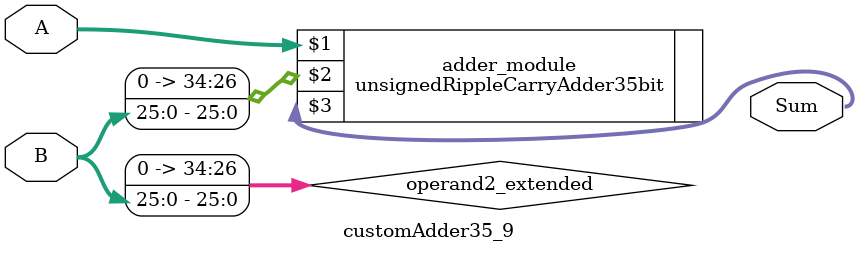
<source format=v>
module customAdder35_9(
                        input [34 : 0] A,
                        input [25 : 0] B,
                        
                        output [35 : 0] Sum
                );

        wire [34 : 0] operand2_extended;
        
        assign operand2_extended =  {9'b0, B};
        
        unsignedRippleCarryAdder35bit adder_module(
            A,
            operand2_extended,
            Sum
        );
        
        endmodule
        
</source>
